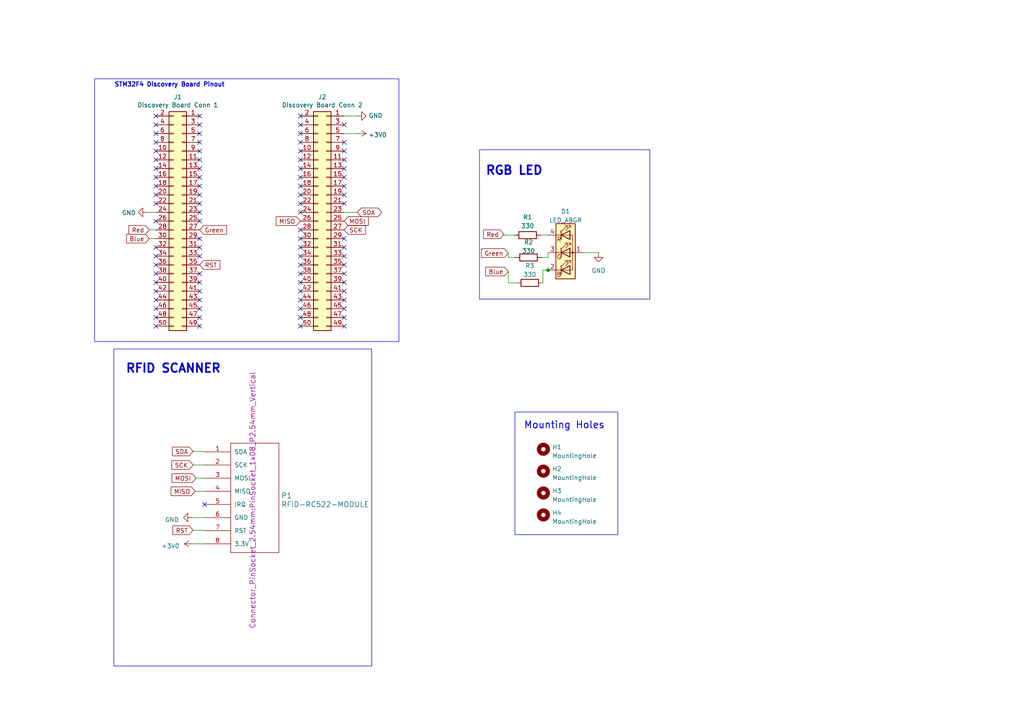
<source format=kicad_sch>
(kicad_sch (version 20230121) (generator eeschema)

  (uuid 59e32937-9a01-4176-8507-a8d1db37ad98)

  (paper "A4")

  (title_block
    (title "STM32F4 Kitchen Timer Shield")
    (date "2023-05-07")
    (rev "1.0")
  )

  (lib_symbols
    (symbol "Connector_Generic:Conn_02x25_Odd_Even" (pin_names (offset 1.016) hide) (in_bom yes) (on_board yes)
      (property "Reference" "J" (at 1.27 33.02 0)
        (effects (font (size 1.27 1.27)))
      )
      (property "Value" "Conn_02x25_Odd_Even" (at 1.27 -33.02 0)
        (effects (font (size 1.27 1.27)))
      )
      (property "Footprint" "" (at 0 0 0)
        (effects (font (size 1.27 1.27)) hide)
      )
      (property "Datasheet" "~" (at 0 0 0)
        (effects (font (size 1.27 1.27)) hide)
      )
      (property "ki_keywords" "connector" (at 0 0 0)
        (effects (font (size 1.27 1.27)) hide)
      )
      (property "ki_description" "Generic connector, double row, 02x25, odd/even pin numbering scheme (row 1 odd numbers, row 2 even numbers), script generated (kicad-library-utils/schlib/autogen/connector/)" (at 0 0 0)
        (effects (font (size 1.27 1.27)) hide)
      )
      (property "ki_fp_filters" "Connector*:*_2x??_*" (at 0 0 0)
        (effects (font (size 1.27 1.27)) hide)
      )
      (symbol "Conn_02x25_Odd_Even_1_1"
        (rectangle (start -1.27 -30.353) (end 0 -30.607)
          (stroke (width 0.1524) (type default))
          (fill (type none))
        )
        (rectangle (start -1.27 -27.813) (end 0 -28.067)
          (stroke (width 0.1524) (type default))
          (fill (type none))
        )
        (rectangle (start -1.27 -25.273) (end 0 -25.527)
          (stroke (width 0.1524) (type default))
          (fill (type none))
        )
        (rectangle (start -1.27 -22.733) (end 0 -22.987)
          (stroke (width 0.1524) (type default))
          (fill (type none))
        )
        (rectangle (start -1.27 -20.193) (end 0 -20.447)
          (stroke (width 0.1524) (type default))
          (fill (type none))
        )
        (rectangle (start -1.27 -17.653) (end 0 -17.907)
          (stroke (width 0.1524) (type default))
          (fill (type none))
        )
        (rectangle (start -1.27 -15.113) (end 0 -15.367)
          (stroke (width 0.1524) (type default))
          (fill (type none))
        )
        (rectangle (start -1.27 -12.573) (end 0 -12.827)
          (stroke (width 0.1524) (type default))
          (fill (type none))
        )
        (rectangle (start -1.27 -10.033) (end 0 -10.287)
          (stroke (width 0.1524) (type default))
          (fill (type none))
        )
        (rectangle (start -1.27 -7.493) (end 0 -7.747)
          (stroke (width 0.1524) (type default))
          (fill (type none))
        )
        (rectangle (start -1.27 -4.953) (end 0 -5.207)
          (stroke (width 0.1524) (type default))
          (fill (type none))
        )
        (rectangle (start -1.27 -2.413) (end 0 -2.667)
          (stroke (width 0.1524) (type default))
          (fill (type none))
        )
        (rectangle (start -1.27 0.127) (end 0 -0.127)
          (stroke (width 0.1524) (type default))
          (fill (type none))
        )
        (rectangle (start -1.27 2.667) (end 0 2.413)
          (stroke (width 0.1524) (type default))
          (fill (type none))
        )
        (rectangle (start -1.27 5.207) (end 0 4.953)
          (stroke (width 0.1524) (type default))
          (fill (type none))
        )
        (rectangle (start -1.27 7.747) (end 0 7.493)
          (stroke (width 0.1524) (type default))
          (fill (type none))
        )
        (rectangle (start -1.27 10.287) (end 0 10.033)
          (stroke (width 0.1524) (type default))
          (fill (type none))
        )
        (rectangle (start -1.27 12.827) (end 0 12.573)
          (stroke (width 0.1524) (type default))
          (fill (type none))
        )
        (rectangle (start -1.27 15.367) (end 0 15.113)
          (stroke (width 0.1524) (type default))
          (fill (type none))
        )
        (rectangle (start -1.27 17.907) (end 0 17.653)
          (stroke (width 0.1524) (type default))
          (fill (type none))
        )
        (rectangle (start -1.27 20.447) (end 0 20.193)
          (stroke (width 0.1524) (type default))
          (fill (type none))
        )
        (rectangle (start -1.27 22.987) (end 0 22.733)
          (stroke (width 0.1524) (type default))
          (fill (type none))
        )
        (rectangle (start -1.27 25.527) (end 0 25.273)
          (stroke (width 0.1524) (type default))
          (fill (type none))
        )
        (rectangle (start -1.27 28.067) (end 0 27.813)
          (stroke (width 0.1524) (type default))
          (fill (type none))
        )
        (rectangle (start -1.27 30.607) (end 0 30.353)
          (stroke (width 0.1524) (type default))
          (fill (type none))
        )
        (rectangle (start -1.27 31.75) (end 3.81 -31.75)
          (stroke (width 0.254) (type default))
          (fill (type background))
        )
        (rectangle (start 3.81 -30.353) (end 2.54 -30.607)
          (stroke (width 0.1524) (type default))
          (fill (type none))
        )
        (rectangle (start 3.81 -27.813) (end 2.54 -28.067)
          (stroke (width 0.1524) (type default))
          (fill (type none))
        )
        (rectangle (start 3.81 -25.273) (end 2.54 -25.527)
          (stroke (width 0.1524) (type default))
          (fill (type none))
        )
        (rectangle (start 3.81 -22.733) (end 2.54 -22.987)
          (stroke (width 0.1524) (type default))
          (fill (type none))
        )
        (rectangle (start 3.81 -20.193) (end 2.54 -20.447)
          (stroke (width 0.1524) (type default))
          (fill (type none))
        )
        (rectangle (start 3.81 -17.653) (end 2.54 -17.907)
          (stroke (width 0.1524) (type default))
          (fill (type none))
        )
        (rectangle (start 3.81 -15.113) (end 2.54 -15.367)
          (stroke (width 0.1524) (type default))
          (fill (type none))
        )
        (rectangle (start 3.81 -12.573) (end 2.54 -12.827)
          (stroke (width 0.1524) (type default))
          (fill (type none))
        )
        (rectangle (start 3.81 -10.033) (end 2.54 -10.287)
          (stroke (width 0.1524) (type default))
          (fill (type none))
        )
        (rectangle (start 3.81 -7.493) (end 2.54 -7.747)
          (stroke (width 0.1524) (type default))
          (fill (type none))
        )
        (rectangle (start 3.81 -4.953) (end 2.54 -5.207)
          (stroke (width 0.1524) (type default))
          (fill (type none))
        )
        (rectangle (start 3.81 -2.413) (end 2.54 -2.667)
          (stroke (width 0.1524) (type default))
          (fill (type none))
        )
        (rectangle (start 3.81 0.127) (end 2.54 -0.127)
          (stroke (width 0.1524) (type default))
          (fill (type none))
        )
        (rectangle (start 3.81 2.667) (end 2.54 2.413)
          (stroke (width 0.1524) (type default))
          (fill (type none))
        )
        (rectangle (start 3.81 5.207) (end 2.54 4.953)
          (stroke (width 0.1524) (type default))
          (fill (type none))
        )
        (rectangle (start 3.81 7.747) (end 2.54 7.493)
          (stroke (width 0.1524) (type default))
          (fill (type none))
        )
        (rectangle (start 3.81 10.287) (end 2.54 10.033)
          (stroke (width 0.1524) (type default))
          (fill (type none))
        )
        (rectangle (start 3.81 12.827) (end 2.54 12.573)
          (stroke (width 0.1524) (type default))
          (fill (type none))
        )
        (rectangle (start 3.81 15.367) (end 2.54 15.113)
          (stroke (width 0.1524) (type default))
          (fill (type none))
        )
        (rectangle (start 3.81 17.907) (end 2.54 17.653)
          (stroke (width 0.1524) (type default))
          (fill (type none))
        )
        (rectangle (start 3.81 20.447) (end 2.54 20.193)
          (stroke (width 0.1524) (type default))
          (fill (type none))
        )
        (rectangle (start 3.81 22.987) (end 2.54 22.733)
          (stroke (width 0.1524) (type default))
          (fill (type none))
        )
        (rectangle (start 3.81 25.527) (end 2.54 25.273)
          (stroke (width 0.1524) (type default))
          (fill (type none))
        )
        (rectangle (start 3.81 28.067) (end 2.54 27.813)
          (stroke (width 0.1524) (type default))
          (fill (type none))
        )
        (rectangle (start 3.81 30.607) (end 2.54 30.353)
          (stroke (width 0.1524) (type default))
          (fill (type none))
        )
        (pin passive line (at -5.08 30.48 0) (length 3.81)
          (name "Pin_1" (effects (font (size 1.27 1.27))))
          (number "1" (effects (font (size 1.27 1.27))))
        )
        (pin passive line (at 7.62 20.32 180) (length 3.81)
          (name "Pin_10" (effects (font (size 1.27 1.27))))
          (number "10" (effects (font (size 1.27 1.27))))
        )
        (pin passive line (at -5.08 17.78 0) (length 3.81)
          (name "Pin_11" (effects (font (size 1.27 1.27))))
          (number "11" (effects (font (size 1.27 1.27))))
        )
        (pin passive line (at 7.62 17.78 180) (length 3.81)
          (name "Pin_12" (effects (font (size 1.27 1.27))))
          (number "12" (effects (font (size 1.27 1.27))))
        )
        (pin passive line (at -5.08 15.24 0) (length 3.81)
          (name "Pin_13" (effects (font (size 1.27 1.27))))
          (number "13" (effects (font (size 1.27 1.27))))
        )
        (pin passive line (at 7.62 15.24 180) (length 3.81)
          (name "Pin_14" (effects (font (size 1.27 1.27))))
          (number "14" (effects (font (size 1.27 1.27))))
        )
        (pin passive line (at -5.08 12.7 0) (length 3.81)
          (name "Pin_15" (effects (font (size 1.27 1.27))))
          (number "15" (effects (font (size 1.27 1.27))))
        )
        (pin passive line (at 7.62 12.7 180) (length 3.81)
          (name "Pin_16" (effects (font (size 1.27 1.27))))
          (number "16" (effects (font (size 1.27 1.27))))
        )
        (pin passive line (at -5.08 10.16 0) (length 3.81)
          (name "Pin_17" (effects (font (size 1.27 1.27))))
          (number "17" (effects (font (size 1.27 1.27))))
        )
        (pin passive line (at 7.62 10.16 180) (length 3.81)
          (name "Pin_18" (effects (font (size 1.27 1.27))))
          (number "18" (effects (font (size 1.27 1.27))))
        )
        (pin passive line (at -5.08 7.62 0) (length 3.81)
          (name "Pin_19" (effects (font (size 1.27 1.27))))
          (number "19" (effects (font (size 1.27 1.27))))
        )
        (pin passive line (at 7.62 30.48 180) (length 3.81)
          (name "Pin_2" (effects (font (size 1.27 1.27))))
          (number "2" (effects (font (size 1.27 1.27))))
        )
        (pin passive line (at 7.62 7.62 180) (length 3.81)
          (name "Pin_20" (effects (font (size 1.27 1.27))))
          (number "20" (effects (font (size 1.27 1.27))))
        )
        (pin passive line (at -5.08 5.08 0) (length 3.81)
          (name "Pin_21" (effects (font (size 1.27 1.27))))
          (number "21" (effects (font (size 1.27 1.27))))
        )
        (pin passive line (at 7.62 5.08 180) (length 3.81)
          (name "Pin_22" (effects (font (size 1.27 1.27))))
          (number "22" (effects (font (size 1.27 1.27))))
        )
        (pin passive line (at -5.08 2.54 0) (length 3.81)
          (name "Pin_23" (effects (font (size 1.27 1.27))))
          (number "23" (effects (font (size 1.27 1.27))))
        )
        (pin passive line (at 7.62 2.54 180) (length 3.81)
          (name "Pin_24" (effects (font (size 1.27 1.27))))
          (number "24" (effects (font (size 1.27 1.27))))
        )
        (pin passive line (at -5.08 0 0) (length 3.81)
          (name "Pin_25" (effects (font (size 1.27 1.27))))
          (number "25" (effects (font (size 1.27 1.27))))
        )
        (pin passive line (at 7.62 0 180) (length 3.81)
          (name "Pin_26" (effects (font (size 1.27 1.27))))
          (number "26" (effects (font (size 1.27 1.27))))
        )
        (pin passive line (at -5.08 -2.54 0) (length 3.81)
          (name "Pin_27" (effects (font (size 1.27 1.27))))
          (number "27" (effects (font (size 1.27 1.27))))
        )
        (pin passive line (at 7.62 -2.54 180) (length 3.81)
          (name "Pin_28" (effects (font (size 1.27 1.27))))
          (number "28" (effects (font (size 1.27 1.27))))
        )
        (pin passive line (at -5.08 -5.08 0) (length 3.81)
          (name "Pin_29" (effects (font (size 1.27 1.27))))
          (number "29" (effects (font (size 1.27 1.27))))
        )
        (pin passive line (at -5.08 27.94 0) (length 3.81)
          (name "Pin_3" (effects (font (size 1.27 1.27))))
          (number "3" (effects (font (size 1.27 1.27))))
        )
        (pin passive line (at 7.62 -5.08 180) (length 3.81)
          (name "Pin_30" (effects (font (size 1.27 1.27))))
          (number "30" (effects (font (size 1.27 1.27))))
        )
        (pin passive line (at -5.08 -7.62 0) (length 3.81)
          (name "Pin_31" (effects (font (size 1.27 1.27))))
          (number "31" (effects (font (size 1.27 1.27))))
        )
        (pin passive line (at 7.62 -7.62 180) (length 3.81)
          (name "Pin_32" (effects (font (size 1.27 1.27))))
          (number "32" (effects (font (size 1.27 1.27))))
        )
        (pin passive line (at -5.08 -10.16 0) (length 3.81)
          (name "Pin_33" (effects (font (size 1.27 1.27))))
          (number "33" (effects (font (size 1.27 1.27))))
        )
        (pin passive line (at 7.62 -10.16 180) (length 3.81)
          (name "Pin_34" (effects (font (size 1.27 1.27))))
          (number "34" (effects (font (size 1.27 1.27))))
        )
        (pin passive line (at -5.08 -12.7 0) (length 3.81)
          (name "Pin_35" (effects (font (size 1.27 1.27))))
          (number "35" (effects (font (size 1.27 1.27))))
        )
        (pin passive line (at 7.62 -12.7 180) (length 3.81)
          (name "Pin_36" (effects (font (size 1.27 1.27))))
          (number "36" (effects (font (size 1.27 1.27))))
        )
        (pin passive line (at -5.08 -15.24 0) (length 3.81)
          (name "Pin_37" (effects (font (size 1.27 1.27))))
          (number "37" (effects (font (size 1.27 1.27))))
        )
        (pin passive line (at 7.62 -15.24 180) (length 3.81)
          (name "Pin_38" (effects (font (size 1.27 1.27))))
          (number "38" (effects (font (size 1.27 1.27))))
        )
        (pin passive line (at -5.08 -17.78 0) (length 3.81)
          (name "Pin_39" (effects (font (size 1.27 1.27))))
          (number "39" (effects (font (size 1.27 1.27))))
        )
        (pin passive line (at 7.62 27.94 180) (length 3.81)
          (name "Pin_4" (effects (font (size 1.27 1.27))))
          (number "4" (effects (font (size 1.27 1.27))))
        )
        (pin passive line (at 7.62 -17.78 180) (length 3.81)
          (name "Pin_40" (effects (font (size 1.27 1.27))))
          (number "40" (effects (font (size 1.27 1.27))))
        )
        (pin passive line (at -5.08 -20.32 0) (length 3.81)
          (name "Pin_41" (effects (font (size 1.27 1.27))))
          (number "41" (effects (font (size 1.27 1.27))))
        )
        (pin passive line (at 7.62 -20.32 180) (length 3.81)
          (name "Pin_42" (effects (font (size 1.27 1.27))))
          (number "42" (effects (font (size 1.27 1.27))))
        )
        (pin passive line (at -5.08 -22.86 0) (length 3.81)
          (name "Pin_43" (effects (font (size 1.27 1.27))))
          (number "43" (effects (font (size 1.27 1.27))))
        )
        (pin passive line (at 7.62 -22.86 180) (length 3.81)
          (name "Pin_44" (effects (font (size 1.27 1.27))))
          (number "44" (effects (font (size 1.27 1.27))))
        )
        (pin passive line (at -5.08 -25.4 0) (length 3.81)
          (name "Pin_45" (effects (font (size 1.27 1.27))))
          (number "45" (effects (font (size 1.27 1.27))))
        )
        (pin passive line (at 7.62 -25.4 180) (length 3.81)
          (name "Pin_46" (effects (font (size 1.27 1.27))))
          (number "46" (effects (font (size 1.27 1.27))))
        )
        (pin passive line (at -5.08 -27.94 0) (length 3.81)
          (name "Pin_47" (effects (font (size 1.27 1.27))))
          (number "47" (effects (font (size 1.27 1.27))))
        )
        (pin passive line (at 7.62 -27.94 180) (length 3.81)
          (name "Pin_48" (effects (font (size 1.27 1.27))))
          (number "48" (effects (font (size 1.27 1.27))))
        )
        (pin passive line (at -5.08 -30.48 0) (length 3.81)
          (name "Pin_49" (effects (font (size 1.27 1.27))))
          (number "49" (effects (font (size 1.27 1.27))))
        )
        (pin passive line (at -5.08 25.4 0) (length 3.81)
          (name "Pin_5" (effects (font (size 1.27 1.27))))
          (number "5" (effects (font (size 1.27 1.27))))
        )
        (pin passive line (at 7.62 -30.48 180) (length 3.81)
          (name "Pin_50" (effects (font (size 1.27 1.27))))
          (number "50" (effects (font (size 1.27 1.27))))
        )
        (pin passive line (at 7.62 25.4 180) (length 3.81)
          (name "Pin_6" (effects (font (size 1.27 1.27))))
          (number "6" (effects (font (size 1.27 1.27))))
        )
        (pin passive line (at -5.08 22.86 0) (length 3.81)
          (name "Pin_7" (effects (font (size 1.27 1.27))))
          (number "7" (effects (font (size 1.27 1.27))))
        )
        (pin passive line (at 7.62 22.86 180) (length 3.81)
          (name "Pin_8" (effects (font (size 1.27 1.27))))
          (number "8" (effects (font (size 1.27 1.27))))
        )
        (pin passive line (at -5.08 20.32 0) (length 3.81)
          (name "Pin_9" (effects (font (size 1.27 1.27))))
          (number "9" (effects (font (size 1.27 1.27))))
        )
      )
    )
    (symbol "Device:LED_ABGR" (pin_names (offset 0) hide) (in_bom yes) (on_board yes)
      (property "Reference" "D" (at 0 9.398 0)
        (effects (font (size 1.27 1.27)))
      )
      (property "Value" "LED_ABGR" (at 0 -8.89 0)
        (effects (font (size 1.27 1.27)))
      )
      (property "Footprint" "" (at 0 -1.27 0)
        (effects (font (size 1.27 1.27)) hide)
      )
      (property "Datasheet" "~" (at 0 -1.27 0)
        (effects (font (size 1.27 1.27)) hide)
      )
      (property "ki_keywords" "LED RGB diode" (at 0 0 0)
        (effects (font (size 1.27 1.27)) hide)
      )
      (property "ki_description" "RGB LED, anode/blue/green/red" (at 0 0 0)
        (effects (font (size 1.27 1.27)) hide)
      )
      (property "ki_fp_filters" "LED* LED_SMD:* LED_THT:*" (at 0 0 0)
        (effects (font (size 1.27 1.27)) hide)
      )
      (symbol "LED_ABGR_0_0"
        (text "B" (at -1.905 -6.35 0)
          (effects (font (size 1.27 1.27)))
        )
        (text "G" (at -1.905 -1.27 0)
          (effects (font (size 1.27 1.27)))
        )
        (text "R" (at -1.905 3.81 0)
          (effects (font (size 1.27 1.27)))
        )
      )
      (symbol "LED_ABGR_0_1"
        (polyline
          (pts
            (xy -1.27 -5.08)
            (xy -2.54 -5.08)
          )
          (stroke (width 0) (type default))
          (fill (type none))
        )
        (polyline
          (pts
            (xy -1.27 -5.08)
            (xy 1.27 -5.08)
          )
          (stroke (width 0) (type default))
          (fill (type none))
        )
        (polyline
          (pts
            (xy -1.27 -3.81)
            (xy -1.27 -6.35)
          )
          (stroke (width 0.254) (type default))
          (fill (type none))
        )
        (polyline
          (pts
            (xy -1.27 0)
            (xy -2.54 0)
          )
          (stroke (width 0) (type default))
          (fill (type none))
        )
        (polyline
          (pts
            (xy -1.27 1.27)
            (xy -1.27 -1.27)
          )
          (stroke (width 0.254) (type default))
          (fill (type none))
        )
        (polyline
          (pts
            (xy -1.27 5.08)
            (xy -2.54 5.08)
          )
          (stroke (width 0) (type default))
          (fill (type none))
        )
        (polyline
          (pts
            (xy -1.27 5.08)
            (xy 1.27 5.08)
          )
          (stroke (width 0) (type default))
          (fill (type none))
        )
        (polyline
          (pts
            (xy -1.27 6.35)
            (xy -1.27 3.81)
          )
          (stroke (width 0.254) (type default))
          (fill (type none))
        )
        (polyline
          (pts
            (xy 1.27 0)
            (xy -1.27 0)
          )
          (stroke (width 0) (type default))
          (fill (type none))
        )
        (polyline
          (pts
            (xy 1.27 0)
            (xy 2.54 0)
          )
          (stroke (width 0) (type default))
          (fill (type none))
        )
        (polyline
          (pts
            (xy -1.27 1.27)
            (xy -1.27 -1.27)
            (xy -1.27 -1.27)
          )
          (stroke (width 0) (type default))
          (fill (type none))
        )
        (polyline
          (pts
            (xy -1.27 6.35)
            (xy -1.27 3.81)
            (xy -1.27 3.81)
          )
          (stroke (width 0) (type default))
          (fill (type none))
        )
        (polyline
          (pts
            (xy 1.27 -5.08)
            (xy 2.032 -5.08)
            (xy 2.032 5.08)
            (xy 1.27 5.08)
          )
          (stroke (width 0) (type default))
          (fill (type none))
        )
        (polyline
          (pts
            (xy 1.27 -3.81)
            (xy 1.27 -6.35)
            (xy -1.27 -5.08)
            (xy 1.27 -3.81)
          )
          (stroke (width 0.254) (type default))
          (fill (type none))
        )
        (polyline
          (pts
            (xy 1.27 1.27)
            (xy 1.27 -1.27)
            (xy -1.27 0)
            (xy 1.27 1.27)
          )
          (stroke (width 0.254) (type default))
          (fill (type none))
        )
        (polyline
          (pts
            (xy 1.27 6.35)
            (xy 1.27 3.81)
            (xy -1.27 5.08)
            (xy 1.27 6.35)
          )
          (stroke (width 0.254) (type default))
          (fill (type none))
        )
        (polyline
          (pts
            (xy -1.016 -3.81)
            (xy 0.508 -2.286)
            (xy -0.254 -2.286)
            (xy 0.508 -2.286)
            (xy 0.508 -3.048)
          )
          (stroke (width 0) (type default))
          (fill (type none))
        )
        (polyline
          (pts
            (xy -1.016 1.27)
            (xy 0.508 2.794)
            (xy -0.254 2.794)
            (xy 0.508 2.794)
            (xy 0.508 2.032)
          )
          (stroke (width 0) (type default))
          (fill (type none))
        )
        (polyline
          (pts
            (xy -1.016 6.35)
            (xy 0.508 7.874)
            (xy -0.254 7.874)
            (xy 0.508 7.874)
            (xy 0.508 7.112)
          )
          (stroke (width 0) (type default))
          (fill (type none))
        )
        (polyline
          (pts
            (xy 0 -3.81)
            (xy 1.524 -2.286)
            (xy 0.762 -2.286)
            (xy 1.524 -2.286)
            (xy 1.524 -3.048)
          )
          (stroke (width 0) (type default))
          (fill (type none))
        )
        (polyline
          (pts
            (xy 0 1.27)
            (xy 1.524 2.794)
            (xy 0.762 2.794)
            (xy 1.524 2.794)
            (xy 1.524 2.032)
          )
          (stroke (width 0) (type default))
          (fill (type none))
        )
        (polyline
          (pts
            (xy 0 6.35)
            (xy 1.524 7.874)
            (xy 0.762 7.874)
            (xy 1.524 7.874)
            (xy 1.524 7.112)
          )
          (stroke (width 0) (type default))
          (fill (type none))
        )
        (rectangle (start 1.27 -1.27) (end 1.27 1.27)
          (stroke (width 0) (type default))
          (fill (type none))
        )
        (rectangle (start 1.27 1.27) (end 1.27 1.27)
          (stroke (width 0) (type default))
          (fill (type none))
        )
        (rectangle (start 1.27 3.81) (end 1.27 6.35)
          (stroke (width 0) (type default))
          (fill (type none))
        )
        (rectangle (start 1.27 6.35) (end 1.27 6.35)
          (stroke (width 0) (type default))
          (fill (type none))
        )
        (circle (center 2.032 0) (radius 0.254)
          (stroke (width 0) (type default))
          (fill (type outline))
        )
        (rectangle (start 2.794 8.382) (end -2.794 -7.62)
          (stroke (width 0.254) (type default))
          (fill (type background))
        )
      )
      (symbol "LED_ABGR_1_1"
        (pin passive line (at 5.08 0 180) (length 2.54)
          (name "A" (effects (font (size 1.27 1.27))))
          (number "1" (effects (font (size 1.27 1.27))))
        )
        (pin passive line (at -5.08 -5.08 0) (length 2.54)
          (name "BK" (effects (font (size 1.27 1.27))))
          (number "2" (effects (font (size 1.27 1.27))))
        )
        (pin passive line (at -5.08 0 0) (length 2.54)
          (name "GK" (effects (font (size 1.27 1.27))))
          (number "3" (effects (font (size 1.27 1.27))))
        )
        (pin passive line (at -5.08 5.08 0) (length 2.54)
          (name "RK" (effects (font (size 1.27 1.27))))
          (number "4" (effects (font (size 1.27 1.27))))
        )
      )
    )
    (symbol "Device:R" (pin_numbers hide) (pin_names (offset 0)) (in_bom yes) (on_board yes)
      (property "Reference" "R" (at 2.032 0 90)
        (effects (font (size 1.27 1.27)))
      )
      (property "Value" "R" (at 0 0 90)
        (effects (font (size 1.27 1.27)))
      )
      (property "Footprint" "" (at -1.778 0 90)
        (effects (font (size 1.27 1.27)) hide)
      )
      (property "Datasheet" "~" (at 0 0 0)
        (effects (font (size 1.27 1.27)) hide)
      )
      (property "ki_keywords" "R res resistor" (at 0 0 0)
        (effects (font (size 1.27 1.27)) hide)
      )
      (property "ki_description" "Resistor" (at 0 0 0)
        (effects (font (size 1.27 1.27)) hide)
      )
      (property "ki_fp_filters" "R_*" (at 0 0 0)
        (effects (font (size 1.27 1.27)) hide)
      )
      (symbol "R_0_1"
        (rectangle (start -1.016 -2.54) (end 1.016 2.54)
          (stroke (width 0.254) (type default))
          (fill (type none))
        )
      )
      (symbol "R_1_1"
        (pin passive line (at 0 3.81 270) (length 1.27)
          (name "~" (effects (font (size 1.27 1.27))))
          (number "1" (effects (font (size 1.27 1.27))))
        )
        (pin passive line (at 0 -3.81 90) (length 1.27)
          (name "~" (effects (font (size 1.27 1.27))))
          (number "2" (effects (font (size 1.27 1.27))))
        )
      )
    )
    (symbol "Mechanical:MountingHole" (pin_names (offset 1.016)) (in_bom yes) (on_board yes)
      (property "Reference" "H" (at 0 5.08 0)
        (effects (font (size 1.27 1.27)))
      )
      (property "Value" "MountingHole" (at 0 3.175 0)
        (effects (font (size 1.27 1.27)))
      )
      (property "Footprint" "" (at 0 0 0)
        (effects (font (size 1.27 1.27)) hide)
      )
      (property "Datasheet" "~" (at 0 0 0)
        (effects (font (size 1.27 1.27)) hide)
      )
      (property "ki_keywords" "mounting hole" (at 0 0 0)
        (effects (font (size 1.27 1.27)) hide)
      )
      (property "ki_description" "Mounting Hole without connection" (at 0 0 0)
        (effects (font (size 1.27 1.27)) hide)
      )
      (property "ki_fp_filters" "MountingHole*" (at 0 0 0)
        (effects (font (size 1.27 1.27)) hide)
      )
      (symbol "MountingHole_0_1"
        (circle (center 0 0) (radius 1.27)
          (stroke (width 1.27) (type default))
          (fill (type none))
        )
      )
    )
    (symbol "RFID:RFID-RC522-MODULE" (pin_names (offset 1.016)) (in_bom yes) (on_board yes)
      (property "Reference" "P" (at 0 1.27 0)
        (effects (font (size 1.524 1.524)))
      )
      (property "Value" "RFID-RC522-MODULE" (at -1.27 3.81 0)
        (effects (font (size 1.524 1.524)))
      )
      (property "Footprint" "" (at 0 0 0)
        (effects (font (size 1.524 1.524)))
      )
      (property "Datasheet" "" (at 0 0 0)
        (effects (font (size 1.524 1.524)))
      )
      (symbol "RFID-RC522-MODULE_0_1"
        (rectangle (start -16.51 7.62) (end 15.24 -6.35)
          (stroke (width 0) (type solid))
          (fill (type none))
        )
      )
      (symbol "RFID-RC522-MODULE_1_1"
        (pin input line (at -13.97 -13.97 90) (length 7.62)
          (name "SDA" (effects (font (size 1.27 1.27))))
          (number "1" (effects (font (size 1.27 1.27))))
        )
        (pin input line (at -10.16 -13.97 90) (length 7.62)
          (name "SCK" (effects (font (size 1.27 1.27))))
          (number "2" (effects (font (size 1.27 1.27))))
        )
        (pin input line (at -6.35 -13.97 90) (length 7.62)
          (name "MOSI" (effects (font (size 1.27 1.27))))
          (number "3" (effects (font (size 1.27 1.27))))
        )
        (pin input line (at -2.54 -13.97 90) (length 7.62)
          (name "MISO" (effects (font (size 1.27 1.27))))
          (number "4" (effects (font (size 1.27 1.27))))
        )
        (pin input line (at 1.27 -13.97 90) (length 7.62)
          (name "IRQ" (effects (font (size 1.27 1.27))))
          (number "5" (effects (font (size 1.27 1.27))))
        )
        (pin input line (at 5.08 -13.97 90) (length 7.62)
          (name "GND" (effects (font (size 1.27 1.27))))
          (number "6" (effects (font (size 1.27 1.27))))
        )
        (pin input line (at 8.89 -13.97 90) (length 7.62)
          (name "RST" (effects (font (size 1.27 1.27))))
          (number "7" (effects (font (size 1.27 1.27))))
        )
        (pin input line (at 12.7 -13.97 90) (length 7.62)
          (name "3.3V" (effects (font (size 1.27 1.27))))
          (number "8" (effects (font (size 1.27 1.27))))
        )
      )
    )
    (symbol "power:+3V0" (power) (pin_names (offset 0)) (in_bom yes) (on_board yes)
      (property "Reference" "#PWR" (at 0 -3.81 0)
        (effects (font (size 1.27 1.27)) hide)
      )
      (property "Value" "+3V0" (at 0 3.556 0)
        (effects (font (size 1.27 1.27)))
      )
      (property "Footprint" "" (at 0 0 0)
        (effects (font (size 1.27 1.27)) hide)
      )
      (property "Datasheet" "" (at 0 0 0)
        (effects (font (size 1.27 1.27)) hide)
      )
      (property "ki_keywords" "global power" (at 0 0 0)
        (effects (font (size 1.27 1.27)) hide)
      )
      (property "ki_description" "Power symbol creates a global label with name \"+3V0\"" (at 0 0 0)
        (effects (font (size 1.27 1.27)) hide)
      )
      (symbol "+3V0_0_1"
        (polyline
          (pts
            (xy -0.762 1.27)
            (xy 0 2.54)
          )
          (stroke (width 0) (type default))
          (fill (type none))
        )
        (polyline
          (pts
            (xy 0 0)
            (xy 0 2.54)
          )
          (stroke (width 0) (type default))
          (fill (type none))
        )
        (polyline
          (pts
            (xy 0 2.54)
            (xy 0.762 1.27)
          )
          (stroke (width 0) (type default))
          (fill (type none))
        )
      )
      (symbol "+3V0_1_1"
        (pin power_in line (at 0 0 90) (length 0) hide
          (name "+3V0" (effects (font (size 1.27 1.27))))
          (number "1" (effects (font (size 1.27 1.27))))
        )
      )
    )
    (symbol "power:GND" (power) (pin_names (offset 0)) (in_bom yes) (on_board yes)
      (property "Reference" "#PWR" (at 0 -6.35 0)
        (effects (font (size 1.27 1.27)) hide)
      )
      (property "Value" "GND" (at 0 -3.81 0)
        (effects (font (size 1.27 1.27)))
      )
      (property "Footprint" "" (at 0 0 0)
        (effects (font (size 1.27 1.27)) hide)
      )
      (property "Datasheet" "" (at 0 0 0)
        (effects (font (size 1.27 1.27)) hide)
      )
      (property "ki_keywords" "global power" (at 0 0 0)
        (effects (font (size 1.27 1.27)) hide)
      )
      (property "ki_description" "Power symbol creates a global label with name \"GND\" , ground" (at 0 0 0)
        (effects (font (size 1.27 1.27)) hide)
      )
      (symbol "GND_0_1"
        (polyline
          (pts
            (xy 0 0)
            (xy 0 -1.27)
            (xy 1.27 -1.27)
            (xy 0 -2.54)
            (xy -1.27 -1.27)
            (xy 0 -1.27)
          )
          (stroke (width 0) (type default))
          (fill (type none))
        )
      )
      (symbol "GND_1_1"
        (pin power_in line (at 0 0 270) (length 0) hide
          (name "GND" (effects (font (size 1.27 1.27))))
          (number "1" (effects (font (size 1.27 1.27))))
        )
      )
    )
  )

  (junction (at 158.9644 78.3431) (diameter 0) (color 0 0 0 0)
    (uuid 9a0c9211-e96c-4827-8e06-4f56519ca795)
  )

  (no_connect (at 57.912 64.135) (uuid 00f199c5-0194-4b80-a581-76abd4186cf1))
  (no_connect (at 45.212 46.355) (uuid 01579f1d-7d50-4b5a-a5c6-f2bbf88458b9))
  (no_connect (at 45.212 48.895) (uuid 0659d0c2-fb72-4ed9-805b-c700f72637ea))
  (no_connect (at 99.822 79.375) (uuid 089cb921-7990-40e7-8a72-374ea841c7a2))
  (no_connect (at 57.912 36.195) (uuid 0c6f1b48-1393-41e8-b7f6-2447885171ba))
  (no_connect (at 45.212 33.655) (uuid 0fc99b58-a329-4cc6-82aa-d87e3056926a))
  (no_connect (at 87.122 41.275) (uuid 11764fc5-d633-472e-b59a-dfe58147f838))
  (no_connect (at 45.212 43.815) (uuid 1c730537-91db-43b6-8db4-539da0d2b3af))
  (no_connect (at 87.122 84.455) (uuid 1ede0cac-d239-495a-9a4d-120fddd3c323))
  (no_connect (at 99.822 94.615) (uuid 20f294ec-ae72-4e15-9260-1f8ee6f867f1))
  (no_connect (at 45.212 36.195) (uuid 22ae6963-c672-40d3-85e5-55472ffbde15))
  (no_connect (at 99.822 43.815) (uuid 232f24c6-4cc2-488b-b354-0d2b5d39f3d5))
  (no_connect (at 57.912 74.295) (uuid 246b3178-4413-4cb9-b3f9-728b8a539d53))
  (no_connect (at 99.822 86.995) (uuid 271418b0-e81d-47e2-b07c-d2cabdb87598))
  (no_connect (at 99.822 46.355) (uuid 28058295-0992-48b7-b0a2-a9d120f5f270))
  (no_connect (at 87.122 53.975) (uuid 29673583-9006-4d2a-88ec-6b5729061300))
  (no_connect (at 87.122 59.055) (uuid 2abce3a7-280b-4915-b8f7-e7a6a012366b))
  (no_connect (at 99.822 56.515) (uuid 2c2e544a-fca3-4dff-b019-7e065fe4efb4))
  (no_connect (at 57.912 84.455) (uuid 2c54eb17-3059-450a-afa8-1b762f467fa2))
  (no_connect (at 57.912 48.895) (uuid 2c578bfb-7502-46b6-b693-1f530fd30235))
  (no_connect (at 99.822 84.455) (uuid 385ad9d9-f126-42f0-8d25-2072d5cedcf8))
  (no_connect (at 57.912 59.055) (uuid 3a79fa91-f404-4e9a-8ba7-10de3fd1a3c2))
  (no_connect (at 45.212 92.075) (uuid 3dac6497-d942-49d2-bf10-71553fcab0e0))
  (no_connect (at 57.912 86.995) (uuid 3df1cfbd-9581-44c8-92ab-eb64440ceaab))
  (no_connect (at 57.912 94.615) (uuid 3e05518e-00fa-4d28-a556-7d6d0ebbc620))
  (no_connect (at 45.212 64.135) (uuid 3e488c09-6e38-4cf5-b120-24bddd1bd14c))
  (no_connect (at 99.822 74.295) (uuid 48f822f1-73d5-4aac-b7f9-286c6454526a))
  (no_connect (at 57.912 51.435) (uuid 4bb41fa9-42e2-4a62-85a4-83f9c5c76c4b))
  (no_connect (at 87.122 79.375) (uuid 4c8a7ca3-f516-44f8-a938-a54550d446aa))
  (no_connect (at 57.912 79.375) (uuid 4ec78145-f746-4364-86f7-29384b8ab357))
  (no_connect (at 99.822 48.895) (uuid 59ef11ad-829f-47ba-890e-d9697b9d1491))
  (no_connect (at 57.912 89.535) (uuid 5a469204-b85f-4fd6-9288-3a93e60b260f))
  (no_connect (at 45.212 79.375) (uuid 5aa95f44-5766-4870-985c-760766b88d0b))
  (no_connect (at 87.122 56.515) (uuid 60984026-a33f-4981-a7a2-731506a2dd53))
  (no_connect (at 45.212 94.615) (uuid 616e2da7-8160-43bf-ae69-fbcab08f12e7))
  (no_connect (at 87.122 74.295) (uuid 639f6dd2-f3d0-46c0-a398-c618f5e734b0))
  (no_connect (at 45.212 76.835) (uuid 6805d98a-13f1-4758-a337-9dd817f06e3f))
  (no_connect (at 45.212 56.515) (uuid 6b4cbf46-dafc-42f6-b735-9365c6e9a033))
  (no_connect (at 57.912 56.515) (uuid 6fb8a4cb-8f39-45a8-917e-c269d29cc751))
  (no_connect (at 87.122 46.355) (uuid 709d27c7-164c-4a78-a5ed-5fc7c50c3ad9))
  (no_connect (at 45.212 84.455) (uuid 70ad59dc-d026-4cd8-9499-9d7dcbd72ac1))
  (no_connect (at 87.122 69.215) (uuid 754fc096-2b0e-4afa-86e4-4845c7189f14))
  (no_connect (at 57.912 38.735) (uuid 7923404a-d17d-457e-ad70-6a40d6058101))
  (no_connect (at 87.122 51.435) (uuid 793fb946-3ed9-4f80-a1c4-e538c859c11b))
  (no_connect (at 99.822 69.215) (uuid 79e1d727-37c2-4933-9108-c4b8897c9a83))
  (no_connect (at 45.212 51.435) (uuid 7a21e44e-ccc0-4fc5-9336-18640ca80d17))
  (no_connect (at 87.122 89.535) (uuid 81f939b5-4c9e-4abe-8cef-a349063b0a66))
  (no_connect (at 87.122 43.815) (uuid 825eecfa-13ee-4e18-9b9e-eb67ea783de7))
  (no_connect (at 45.212 71.755) (uuid 8391ea0b-a59e-4c65-8a03-9c8a99ad460d))
  (no_connect (at 57.912 92.075) (uuid 89bb9f67-9ea4-4c0b-b905-5abcff25a22b))
  (no_connect (at 57.912 43.815) (uuid 8b888332-9110-4755-9d07-4a6ed3c32f98))
  (no_connect (at 87.122 76.835) (uuid 8d632ddb-7d3e-4389-b62d-c5e2b24f4a2d))
  (no_connect (at 99.822 92.075) (uuid 920b09cf-f19d-4bd0-97f5-e415db8745bd))
  (no_connect (at 87.122 61.595) (uuid 95905c2b-cfae-4118-a28f-de3769cd7d41))
  (no_connect (at 57.912 61.595) (uuid 96095841-5fd5-48d1-978c-b13e91926ced))
  (no_connect (at 87.122 94.615) (uuid 990fe90e-1022-46cd-8c6b-4b11ce957168))
  (no_connect (at 99.822 81.915) (uuid 9b4566a2-aad4-419b-ae10-685368a18b60))
  (no_connect (at 45.212 41.275) (uuid 9ea89e47-2668-4784-8782-f2eefebc5a0c))
  (no_connect (at 87.122 86.995) (uuid 9f441ee7-a244-40b5-87c3-1172abc9e6cd))
  (no_connect (at 87.122 66.675) (uuid a40925a3-999b-47ee-b867-a04dd0dcc4d5))
  (no_connect (at 57.912 33.655) (uuid a567159f-d856-4f19-a7c4-817f36d1d1f6))
  (no_connect (at 99.822 51.435) (uuid a5eb7842-6d92-4b16-9198-9881b1ac3ec1))
  (no_connect (at 99.822 53.975) (uuid a7802f27-a118-41f1-a662-1a17fbded5a2))
  (no_connect (at 99.822 71.755) (uuid a962bec9-2b06-44a9-bec2-bebd501e116b))
  (no_connect (at 45.212 38.735) (uuid ae3ac311-9143-44be-80e3-a6db2d2a433c))
  (no_connect (at 57.912 53.975) (uuid b6460854-7a2d-4d06-8028-84f55a81b249))
  (no_connect (at 99.822 76.835) (uuid b71325f1-6906-4603-83e5-1930073d59fa))
  (no_connect (at 99.822 89.535) (uuid bb0a9c42-7985-4e39-8920-6dd0612c2d78))
  (no_connect (at 99.822 36.195) (uuid bf536f69-8d3c-4a4d-a77b-e0f11a3b5710))
  (no_connect (at 87.122 92.075) (uuid c3318452-be2b-46c9-859a-f7f244426188))
  (no_connect (at 99.822 41.275) (uuid c36c72a4-84a7-44e3-9b6b-bb65a477bd8c))
  (no_connect (at 87.122 48.895) (uuid c40ec830-dae3-4977-b095-de3ae4fb2ad3))
  (no_connect (at 87.122 38.735) (uuid c52c9187-45fc-4a4b-a8fc-796a2a7a488f))
  (no_connect (at 87.122 81.915) (uuid c75895e5-affa-41ee-a0a7-2c1095564cba))
  (no_connect (at 45.212 59.055) (uuid caf8c54d-b129-4622-bb5e-3a32bd3b5772))
  (no_connect (at 87.122 71.755) (uuid cee42935-3d22-4c43-a5f8-09a032bd3bef))
  (no_connect (at 45.212 81.915) (uuid d0eb5905-5c58-490d-9ed3-cb585ef863af))
  (no_connect (at 57.912 71.755) (uuid d250776b-46e4-4e90-93cc-a68bac231e70))
  (no_connect (at 99.822 59.055) (uuid d445f066-59eb-4568-9b4e-76974a82b14b))
  (no_connect (at 45.212 89.535) (uuid dd0830fb-9ac5-4a32-aa19-5f9a900524eb))
  (no_connect (at 45.212 53.975) (uuid e059449e-19f3-4193-9545-efe5b08dbbb7))
  (no_connect (at 45.212 74.295) (uuid e2f51766-09d8-424d-9310-b7fced5fc515))
  (no_connect (at 87.122 33.655) (uuid e6654846-d834-42c9-8a71-3a9dc3886c78))
  (no_connect (at 45.212 86.995) (uuid e7b6798f-c10d-4aaa-93ce-fc6df262550c))
  (no_connect (at 57.912 81.915) (uuid e8f0b756-6b9f-4ffb-8cc8-149955a4940a))
  (no_connect (at 59.309 146.304) (uuid ea2e5664-02ce-422e-b220-840a68dc0c41))
  (no_connect (at 57.912 69.215) (uuid f1a71e4e-1350-47c7-b67e-e7f6c0df6349))
  (no_connect (at 87.122 36.195) (uuid f4226992-e6ae-4597-a6b8-3af8781a86df))
  (no_connect (at 57.912 41.275) (uuid f9d9816a-ebda-4bc5-8af0-db9d950fe2c3))
  (no_connect (at 57.912 46.355) (uuid fd3105e3-bb64-46f5-b2e4-5c61881bb1ff))

  (wire (pts (xy 146.177 68.199) (xy 146.177 67.945))
    (stroke (width 0) (type default))
    (uuid 160b32fb-9966-4788-b677-379eb9c3d8a9)
  )
  (wire (pts (xy 55.753 150.114) (xy 59.309 150.114))
    (stroke (width 0) (type default))
    (uuid 20a8658c-2030-466f-a8f5-1a667d081cf5)
  )
  (wire (pts (xy 169.1244 73.2631) (xy 173.609 73.2631))
    (stroke (width 0) (type default))
    (uuid 24e153f5-0474-4712-9d72-11d70b3f53c5)
  )
  (wire (pts (xy 158.9644 74.676) (xy 157.099 74.676))
    (stroke (width 0) (type default))
    (uuid 267c6f22-0613-49e0-b927-b2b05497199d)
  )
  (wire (pts (xy 43.307 66.675) (xy 45.212 66.675))
    (stroke (width 0) (type default))
    (uuid 26d530f4-4256-4f81-9f7f-75a4ddc00519)
  )
  (wire (pts (xy 149.225 68.199) (xy 146.177 68.199))
    (stroke (width 0) (type default))
    (uuid 2c30a605-fd54-4846-916b-f96c03c6adbb)
  )
  (wire (pts (xy 99.822 33.655) (xy 103.632 33.655))
    (stroke (width 0) (type default))
    (uuid 2dd92ed2-e45c-41f8-99d9-7cd4cd85b52e)
  )
  (wire (pts (xy 56.007 134.874) (xy 59.309 134.874))
    (stroke (width 0) (type default))
    (uuid 3870b3c0-1679-45f9-a010-31d9520974de)
  )
  (wire (pts (xy 56.007 153.797) (xy 59.309 153.797))
    (stroke (width 0) (type default))
    (uuid 3ed8cbb8-7a33-46f2-a474-52c4052391a4)
  )
  (wire (pts (xy 173.609 73.2631) (xy 173.609 73.406))
    (stroke (width 0) (type default))
    (uuid 409841c4-a9e0-4ebc-a409-57672d712380)
  )
  (wire (pts (xy 56.896 138.684) (xy 59.309 138.684))
    (stroke (width 0) (type default))
    (uuid 42bdb6d4-21fc-4201-9bad-9851c2d02330)
  )
  (wire (pts (xy 147.447 74.676) (xy 147.447 73.406))
    (stroke (width 0) (type default))
    (uuid 455ce706-d0a0-4a02-8f77-af535ecff1d1)
  )
  (wire (pts (xy 43.307 69.215) (xy 45.212 69.215))
    (stroke (width 0) (type default))
    (uuid 460bf28a-a899-47bc-83f6-4f78e55632e0)
  )
  (wire (pts (xy 56.642 142.494) (xy 59.309 142.494))
    (stroke (width 0) (type default))
    (uuid 4e187427-fd79-41a4-9791-68c3945d6be7)
  )
  (wire (pts (xy 147.447 78.74) (xy 147.447 82.042))
    (stroke (width 0) (type default))
    (uuid 6298ef0b-6a29-4233-8b8f-56c9ba1dd9a6)
  )
  (wire (pts (xy 99.822 38.735) (xy 103.632 38.735))
    (stroke (width 0) (type default))
    (uuid 6b5b370f-f792-4bd4-97f0-7da272d41c8e)
  )
  (wire (pts (xy 158.9644 68.1831) (xy 156.845 68.1831))
    (stroke (width 0) (type default))
    (uuid 6e74c812-5ab8-4001-bc3a-9f8e987f129f)
  )
  (wire (pts (xy 147.447 82.042) (xy 149.86 82.042))
    (stroke (width 0) (type default))
    (uuid 7c077880-0f67-48bb-81db-1457e77c6ed2)
  )
  (wire (pts (xy 42.672 61.595) (xy 45.212 61.595))
    (stroke (width 0) (type default))
    (uuid 849e302d-f815-4336-8ed7-33b89a91e035)
  )
  (wire (pts (xy 158.9644 78.2161) (xy 158.9644 78.3431))
    (stroke (width 0) (type default))
    (uuid 8cc540f6-cad5-476f-aa4f-e8205831a5a5)
  )
  (wire (pts (xy 149.479 74.676) (xy 147.447 74.676))
    (stroke (width 0) (type default))
    (uuid 8fff3988-9486-4b8f-a567-eab31476d930)
  )
  (wire (pts (xy 56.007 130.937) (xy 59.309 130.937))
    (stroke (width 0) (type default))
    (uuid 9bf160c8-123b-4d42-89c2-7dedfb1c28a6)
  )
  (wire (pts (xy 158.9644 73.2631) (xy 158.9644 74.676))
    (stroke (width 0) (type default))
    (uuid a5486be1-c077-4e26-8860-c069f6aa8b20)
  )
  (wire (pts (xy 156.845 68.1831) (xy 156.845 68.199))
    (stroke (width 0) (type default))
    (uuid a881ee56-771a-4e44-9ca1-755827fc9658)
  )
  (wire (pts (xy 56.007 157.734) (xy 59.309 157.734))
    (stroke (width 0) (type default))
    (uuid c06ab265-e684-478c-add8-1b22b648e065)
  )
  (wire (pts (xy 59.309 153.797) (xy 59.309 153.924))
    (stroke (width 0) (type default))
    (uuid c6854660-3873-4dbb-8296-fcbec3fb533c)
  )
  (wire (pts (xy 59.309 130.937) (xy 59.309 131.064))
    (stroke (width 0) (type default))
    (uuid cfeb53bf-2260-4707-acaf-9324753d0c12)
  )
  (wire (pts (xy 99.822 61.595) (xy 103.632 61.595))
    (stroke (width 0) (type default))
    (uuid de7dcf3e-3d00-4232-b11b-03bc34d74640)
  )
  (wire (pts (xy 157.48 78.3431) (xy 158.9644 78.3431))
    (stroke (width 0) (type default))
    (uuid fbd4712f-8b05-42ac-b617-17cdccb6e6c0)
  )
  (wire (pts (xy 157.48 82.042) (xy 157.48 78.3431))
    (stroke (width 0) (type default))
    (uuid fdad34b1-946c-468f-a1bd-a5659c9bcd32)
  )

  (rectangle (start 33.02 101.219) (end 107.823 193.167)
    (stroke (width 0) (type default))
    (fill (type none))
    (uuid 5f179464-396b-49de-9600-43538df9ee31)
  )
  (rectangle (start 27.432 22.86) (end 115.697 99.06)
    (stroke (width 0) (type solid))
    (fill (type none))
    (uuid 7c37ca37-8159-4be8-9aec-ae14851d4463)
  )
  (rectangle (start 149.352 119.507) (end 179.197 155.067)
    (stroke (width 0) (type solid))
    (fill (type none))
    (uuid 8f614cc6-4ca0-4e9e-af4d-90898b3e114c)
  )
  (rectangle (start 139.065 43.434) (end 188.468 86.741)
    (stroke (width 0) (type default))
    (fill (type none))
    (uuid f5ae546e-d345-4a9b-a198-422cf6ea9ab7)
  )

  (text "RGB LED" (at 140.716 51.054 0)
    (effects (font (size 2.5 2.5) (thickness 0.5) bold) (justify left bottom))
    (uuid 17ada202-0b02-469d-9ea8-cb0c279220ac)
  )
  (text "RFID SCANNER" (at 36.322 108.458 0)
    (effects (font (size 2.5 2.5) bold) (justify left bottom))
    (uuid 9d772bdc-7ac7-468d-86cc-80f580dd41d4)
  )
  (text "Mounting Holes" (at 151.892 124.587 0)
    (effects (font (face "KiCad Font") (size 2 2) (thickness 0.254) bold) (justify left bottom))
    (uuid 9f267638-ccaf-49cb-a370-fa32c05e940e)
  )
  (text "STM32F4 Discovery Board Pinout" (at 33.147 25.4 0)
    (effects (font (size 1.27 1.27) (thickness 0.254) bold) (justify left bottom))
    (uuid dd7ac870-6726-40f7-9328-835dbf972467)
  )

  (global_label "Red" (shape input) (at 146.177 67.945 180) (fields_autoplaced)
    (effects (font (size 1.27 1.27)) (justify right))
    (uuid 14d222cd-f44d-49e0-8280-a80cba3ee155)
    (property "Intersheetrefs" "${INTERSHEET_REFS}" (at 139.7636 67.945 0)
      (effects (font (size 1.27 1.27)) (justify right) hide)
    )
  )
  (global_label "MOSI" (shape input) (at 56.896 138.684 180) (fields_autoplaced)
    (effects (font (size 1.27 1.27)) (justify right))
    (uuid 272a6da8-7637-4d22-a573-7542e52cbb04)
    (property "Intersheetrefs" "${INTERSHEET_REFS}" (at 49.394 138.684 0)
      (effects (font (size 1.27 1.27)) (justify right) hide)
    )
  )
  (global_label "SDA" (shape input) (at 56.007 130.937 180) (fields_autoplaced)
    (effects (font (size 1.27 1.27)) (justify right))
    (uuid 2a9033ef-305b-42a8-ab94-e2bce858a5aa)
    (property "Intersheetrefs" "${INTERSHEET_REFS}" (at 49.5331 130.937 0)
      (effects (font (size 1.27 1.27)) (justify right) hide)
    )
  )
  (global_label "Green" (shape input) (at 57.912 66.675 0) (fields_autoplaced)
    (effects (font (size 1.27 1.27)) (justify left))
    (uuid 4b4e2e11-cef6-45ae-81f9-1f32ef4d3cdc)
    (property "Intersheetrefs" "${INTERSHEET_REFS}" (at 66.2002 66.675 0)
      (effects (font (size 1.27 1.27)) (justify left) hide)
    )
  )
  (global_label "Green" (shape input) (at 147.447 73.406 180) (fields_autoplaced)
    (effects (font (size 1.27 1.27)) (justify right))
    (uuid 6a3d3b8b-6a83-4bc1-9498-5cb8bc23feba)
    (property "Intersheetrefs" "${INTERSHEET_REFS}" (at 139.1588 73.406 0)
      (effects (font (size 1.27 1.27)) (justify right) hide)
    )
  )
  (global_label "Blue" (shape input) (at 147.447 78.74 180) (fields_autoplaced)
    (effects (font (size 1.27 1.27)) (justify right))
    (uuid 6f42c845-408f-4d21-bb10-957f04c25d98)
    (property "Intersheetrefs" "${INTERSHEET_REFS}" (at 140.3684 78.74 0)
      (effects (font (size 1.27 1.27)) (justify right) hide)
    )
  )
  (global_label "MOSI" (shape input) (at 99.822 64.135 0) (fields_autoplaced)
    (effects (font (size 1.27 1.27)) (justify left))
    (uuid 92d5c3ea-87a7-4fc0-b788-188ec2f77c49)
    (property "Intersheetrefs" "${INTERSHEET_REFS}" (at 107.324 64.135 0)
      (effects (font (size 1.27 1.27)) (justify left) hide)
    )
  )
  (global_label "MISO" (shape input) (at 87.122 64.135 180) (fields_autoplaced)
    (effects (font (size 1.27 1.27)) (justify right))
    (uuid 96c2d1dd-6d8b-425f-b66e-874af29ab9ef)
    (property "Intersheetrefs" "${INTERSHEET_REFS}" (at 79.62 64.135 0)
      (effects (font (size 1.27 1.27)) (justify right) hide)
    )
  )
  (global_label "SCK" (shape input) (at 99.822 66.675 0) (fields_autoplaced)
    (effects (font (size 1.27 1.27)) (justify left))
    (uuid 9cc81210-96f3-4419-bf36-c58e44cfec06)
    (property "Intersheetrefs" "${INTERSHEET_REFS}" (at 106.4773 66.675 0)
      (effects (font (size 1.27 1.27)) (justify left) hide)
    )
  )
  (global_label "RST" (shape input) (at 56.007 153.797 180) (fields_autoplaced)
    (effects (font (size 1.27 1.27)) (justify right))
    (uuid a9213158-b614-4791-8af3-52bd4ec1323b)
    (property "Intersheetrefs" "${INTERSHEET_REFS}" (at 49.6541 153.797 0)
      (effects (font (size 1.27 1.27)) (justify right) hide)
    )
  )
  (global_label "SDA" (shape bidirectional) (at 103.632 61.595 0) (fields_autoplaced)
    (effects (font (size 1.27 1.27)) (justify left))
    (uuid bcd6b9e1-953b-45f1-9376-dae40c7e8119)
    (property "Intersheetrefs" "${INTERSHEET_REFS}" (at 111.2172 61.595 0)
      (effects (font (size 1.27 1.27)) (justify left) hide)
    )
  )
  (global_label "Blue" (shape input) (at 43.307 69.215 180) (fields_autoplaced)
    (effects (font (size 1.27 1.27)) (justify right))
    (uuid d88ea5a4-f378-4a69-a4a6-88b915eddac2)
    (property "Intersheetrefs" "${INTERSHEET_REFS}" (at 36.2284 69.215 0)
      (effects (font (size 1.27 1.27)) (justify right) hide)
    )
  )
  (global_label "Red" (shape input) (at 43.307 66.675 180) (fields_autoplaced)
    (effects (font (size 1.27 1.27)) (justify right))
    (uuid e3a7ff2b-0158-42c9-9763-51c5ee5457a0)
    (property "Intersheetrefs" "${INTERSHEET_REFS}" (at 36.8936 66.675 0)
      (effects (font (size 1.27 1.27)) (justify right) hide)
    )
  )
  (global_label "MISO" (shape input) (at 56.642 142.494 180) (fields_autoplaced)
    (effects (font (size 1.27 1.27)) (justify right))
    (uuid e8ab2601-7c21-4c31-825a-9b0ab975cf27)
    (property "Intersheetrefs" "${INTERSHEET_REFS}" (at 49.14 142.494 0)
      (effects (font (size 1.27 1.27)) (justify right) hide)
    )
  )
  (global_label "SCK" (shape input) (at 56.007 134.874 180) (fields_autoplaced)
    (effects (font (size 1.27 1.27)) (justify right))
    (uuid ef412de5-c3ae-44d0-a350-ba7a277c902c)
    (property "Intersheetrefs" "${INTERSHEET_REFS}" (at 49.3517 134.874 0)
      (effects (font (size 1.27 1.27)) (justify right) hide)
    )
  )
  (global_label "RST" (shape input) (at 57.912 76.835 0) (fields_autoplaced)
    (effects (font (size 1.27 1.27)) (justify left))
    (uuid f8a64026-7b95-46ae-b9b5-599ec53fefc1)
    (property "Intersheetrefs" "${INTERSHEET_REFS}" (at 64.2649 76.835 0)
      (effects (font (size 1.27 1.27)) (justify left) hide)
    )
  )

  (symbol (lib_id "Mechanical:MountingHole") (at 157.607 130.302 0) (unit 1)
    (in_bom yes) (on_board yes) (dnp no) (fields_autoplaced)
    (uuid 05ee2db7-f171-4d55-951f-b4f1a81ce620)
    (property "Reference" "H1" (at 160.147 129.667 0)
      (effects (font (size 1.27 1.27)) (justify left))
    )
    (property "Value" "MountingHole" (at 160.147 132.207 0)
      (effects (font (size 1.27 1.27)) (justify left))
    )
    (property "Footprint" "MountingHole:MountingHole_3.2mm_M3_Pad" (at 157.607 130.302 0)
      (effects (font (size 1.27 1.27)) hide)
    )
    (property "Datasheet" "~" (at 157.607 130.302 0)
      (effects (font (size 1.27 1.27)) hide)
    )
    (instances
      (project "PCB_Design"
        (path "/59e32937-9a01-4176-8507-a8d1db37ad98"
          (reference "H1") (unit 1)
        )
      )
      (project "Phase_B_ATMEGA_v3"
        (path "/e63e39d7-6ac0-4ffd-8aa3-1841a4541b55"
          (reference "H1") (unit 1)
        )
      )
    )
  )

  (symbol (lib_id "Mechanical:MountingHole") (at 157.607 136.652 0) (unit 1)
    (in_bom yes) (on_board yes) (dnp no) (fields_autoplaced)
    (uuid 16e4d027-e3f6-4370-a53c-3de0ad8f572a)
    (property "Reference" "H2" (at 160.147 136.017 0)
      (effects (font (size 1.27 1.27)) (justify left))
    )
    (property "Value" "MountingHole" (at 160.147 138.557 0)
      (effects (font (size 1.27 1.27)) (justify left))
    )
    (property "Footprint" "MountingHole:MountingHole_3.2mm_M3_Pad" (at 157.607 136.652 0)
      (effects (font (size 1.27 1.27)) hide)
    )
    (property "Datasheet" "~" (at 157.607 136.652 0)
      (effects (font (size 1.27 1.27)) hide)
    )
    (instances
      (project "PCB_Design"
        (path "/59e32937-9a01-4176-8507-a8d1db37ad98"
          (reference "H2") (unit 1)
        )
      )
      (project "Phase_B_ATMEGA_v3"
        (path "/e63e39d7-6ac0-4ffd-8aa3-1841a4541b55"
          (reference "H2") (unit 1)
        )
      )
    )
  )

  (symbol (lib_id "power:GND") (at 173.609 73.406 0) (unit 1)
    (in_bom yes) (on_board yes) (dnp no) (fields_autoplaced)
    (uuid 20af3069-d57e-45c2-a3b7-0fb69c623310)
    (property "Reference" "#PWR025" (at 173.609 79.756 0)
      (effects (font (size 1.27 1.27)) hide)
    )
    (property "Value" "GND" (at 173.609 78.486 0)
      (effects (font (size 1.27 1.27)))
    )
    (property "Footprint" "" (at 173.609 73.406 0)
      (effects (font (size 1.27 1.27)) hide)
    )
    (property "Datasheet" "" (at 173.609 73.406 0)
      (effects (font (size 1.27 1.27)) hide)
    )
    (pin "1" (uuid 115d712c-b13d-4b8b-8356-302307b59d88))
    (instances
      (project "PCB_Design"
        (path "/59e32937-9a01-4176-8507-a8d1db37ad98"
          (reference "#PWR025") (unit 1)
        )
      )
      (project "Arduino_Prototype"
        (path "/98c7e59f-247f-4f84-ba85-1817b0f89c72"
          (reference "#PWR04") (unit 1)
        )
      )
    )
  )

  (symbol (lib_id "power:GND") (at 42.672 61.595 270) (unit 1)
    (in_bom yes) (on_board yes) (dnp no)
    (uuid 250e5b14-4224-4420-bb69-643d986917ca)
    (property "Reference" "#PWR021" (at 36.322 61.595 0)
      (effects (font (size 1.27 1.27)) hide)
    )
    (property "Value" "GND" (at 39.4208 61.722 90)
      (effects (font (size 1.27 1.27)) (justify right))
    )
    (property "Footprint" "" (at 42.672 61.595 0)
      (effects (font (size 1.27 1.27)) hide)
    )
    (property "Datasheet" "" (at 42.672 61.595 0)
      (effects (font (size 1.27 1.27)) hide)
    )
    (pin "1" (uuid 352c4e9b-d40c-412d-a733-b758e24dd590))
    (instances
      (project "PCB_Design"
        (path "/59e32937-9a01-4176-8507-a8d1db37ad98"
          (reference "#PWR021") (unit 1)
        )
      )
      (project "STM32F4_DSPShield"
        (path "/ba73bd9d-f7e0-4abc-9d08-c6467adaf04d"
          (reference "#PWR0112") (unit 1)
        )
      )
    )
  )

  (symbol (lib_id "Device:R") (at 153.035 68.199 90) (unit 1)
    (in_bom yes) (on_board yes) (dnp no) (fields_autoplaced)
    (uuid 25604009-5608-40e6-a585-e20f01c5c505)
    (property "Reference" "R1" (at 153.035 62.992 90)
      (effects (font (size 1.27 1.27)))
    )
    (property "Value" "330" (at 153.035 65.532 90)
      (effects (font (size 1.27 1.27)))
    )
    (property "Footprint" "Resistor_SMD:R_0201_0603Metric" (at 153.035 69.977 90)
      (effects (font (size 1.27 1.27)) hide)
    )
    (property "Datasheet" "~" (at 153.035 68.199 0)
      (effects (font (size 1.27 1.27)) hide)
    )
    (pin "1" (uuid 8afa45eb-da76-4e42-b908-bb62d5ccbb6b))
    (pin "2" (uuid 900a090b-bfc4-474d-990b-66ccdf303f08))
    (instances
      (project "PCB_Design"
        (path "/59e32937-9a01-4176-8507-a8d1db37ad98"
          (reference "R1") (unit 1)
        )
      )
    )
  )

  (symbol (lib_id "Mechanical:MountingHole") (at 157.607 143.002 0) (unit 1)
    (in_bom yes) (on_board yes) (dnp no) (fields_autoplaced)
    (uuid 2c107909-6d05-45b5-ba0c-64dc626f0ff3)
    (property "Reference" "H3" (at 160.147 142.367 0)
      (effects (font (size 1.27 1.27)) (justify left))
    )
    (property "Value" "MountingHole" (at 160.147 144.907 0)
      (effects (font (size 1.27 1.27)) (justify left))
    )
    (property "Footprint" "MountingHole:MountingHole_3.2mm_M3_Pad" (at 157.607 143.002 0)
      (effects (font (size 1.27 1.27)) hide)
    )
    (property "Datasheet" "~" (at 157.607 143.002 0)
      (effects (font (size 1.27 1.27)) hide)
    )
    (instances
      (project "PCB_Design"
        (path "/59e32937-9a01-4176-8507-a8d1db37ad98"
          (reference "H3") (unit 1)
        )
      )
      (project "Phase_B_ATMEGA_v3"
        (path "/e63e39d7-6ac0-4ffd-8aa3-1841a4541b55"
          (reference "H3") (unit 1)
        )
      )
    )
  )

  (symbol (lib_id "power:+3V0") (at 56.007 157.734 90) (unit 1)
    (in_bom yes) (on_board yes) (dnp no) (fields_autoplaced)
    (uuid 2d637f7b-be27-44f6-a397-6ab5f9fd04ad)
    (property "Reference" "#PWR014" (at 59.817 157.734 0)
      (effects (font (size 1.27 1.27)) hide)
    )
    (property "Value" "+3V0" (at 52.07 158.369 90)
      (effects (font (size 1.27 1.27)) (justify left))
    )
    (property "Footprint" "" (at 56.007 157.734 0)
      (effects (font (size 1.27 1.27)) hide)
    )
    (property "Datasheet" "" (at 56.007 157.734 0)
      (effects (font (size 1.27 1.27)) hide)
    )
    (pin "1" (uuid ea22b4ad-a253-4a76-9148-b2ba73c21207))
    (instances
      (project "PCB_Design"
        (path "/59e32937-9a01-4176-8507-a8d1db37ad98"
          (reference "#PWR014") (unit 1)
        )
      )
    )
  )

  (symbol (lib_id "Connector_Generic:Conn_02x25_Odd_Even") (at 52.832 64.135 0) (mirror y) (unit 1)
    (in_bom yes) (on_board yes) (dnp no)
    (uuid 3b56d68c-618c-4cde-bf93-9f975f4ce2f6)
    (property "Reference" "J1" (at 51.562 28.1432 0)
      (effects (font (size 1.27 1.27)))
    )
    (property "Value" "Discovery Board Conn 1" (at 51.562 30.4546 0)
      (effects (font (size 1.27 1.27)))
    )
    (property "Footprint" "Connector_PinSocket_2.54mm:PinSocket_2x25_P2.54mm_Vertical" (at 52.832 64.135 0)
      (effects (font (size 1.27 1.27)) hide)
    )
    (property "Datasheet" "~" (at 52.832 64.135 0)
      (effects (font (size 1.27 1.27)) hide)
    )
    (pin "1" (uuid fd1ed1d8-10ad-4bfd-89f6-7c44ef819cef))
    (pin "10" (uuid 7634c47e-ecfe-4241-b2a5-ff93df762b90))
    (pin "11" (uuid c19ab0d5-8485-40f9-9498-9c8110bdacd8))
    (pin "12" (uuid 7df491c8-8be6-4883-b905-13878f9a862a))
    (pin "13" (uuid f1d30fed-395f-40bd-b394-5e2ab8164654))
    (pin "14" (uuid 64b068a4-5705-4822-8d88-4b420c497bbd))
    (pin "15" (uuid 1b03d57b-e618-460f-92d6-3887fe7315c3))
    (pin "16" (uuid 2b28e686-b12a-4ef2-8759-53c226d80c05))
    (pin "17" (uuid 9fae42fa-2980-4371-9d85-6623e60d66f2))
    (pin "18" (uuid 30f6a573-0c68-4c16-9f18-53b68e0b6f7e))
    (pin "19" (uuid 6d0dbfa1-b094-42bd-bd2f-ec91c17989a2))
    (pin "2" (uuid 54412d18-f7a8-4e0e-9590-d304e4ebf4d0))
    (pin "20" (uuid dee07ec7-775c-4782-acad-2b1aead63631))
    (pin "21" (uuid 20ecaf22-8d1b-4347-878f-7626ad3331c2))
    (pin "22" (uuid bd28fb02-f9f1-4392-bc6c-5924c662b349))
    (pin "23" (uuid ca119ca2-16cd-449e-bbab-690ac2344399))
    (pin "24" (uuid 202a636c-68f1-49cf-b1f9-35a670983a1d))
    (pin "25" (uuid 2033dfd0-804d-45e6-b849-ba3c6216fcc8))
    (pin "26" (uuid b87fafae-b062-4f91-a157-5f09112effab))
    (pin "27" (uuid c90d0d8c-9f07-4133-a876-42f6efee932c))
    (pin "28" (uuid 8f082401-0f47-4f50-b673-def00e083003))
    (pin "29" (uuid 6845d133-1c5f-40f8-84b2-339cf5c5e2ef))
    (pin "3" (uuid d4f22277-62aa-41e9-ba58-c213275835d0))
    (pin "30" (uuid 7871d6c8-a07c-4693-8ee5-a4126cf0b99c))
    (pin "31" (uuid d78a31ee-1396-47ab-9e09-b0137d7849db))
    (pin "32" (uuid 0b63a73d-336e-489a-af93-d929ca4ffe0d))
    (pin "33" (uuid e8e44e5d-fe8f-47e9-8c1a-34d31682d354))
    (pin "34" (uuid 9942a206-1252-4f5c-a577-dcb86aa9fc7d))
    (pin "35" (uuid 66502cec-356e-44b3-b3b4-0defec8349aa))
    (pin "36" (uuid 3605c2dc-89f9-4c23-99f7-e76f492a6e9c))
    (pin "37" (uuid 99d33667-37ec-4e98-a7ad-e2c88b36ee04))
    (pin "38" (uuid 69db8ac3-9330-4386-9288-3269fcb4eb7e))
    (pin "39" (uuid 1daadfe6-6526-4b7c-aad7-5da442192618))
    (pin "4" (uuid 891acd89-e369-4d66-885c-d6f9b380faac))
    (pin "40" (uuid 348e2664-2342-45b3-bc4d-19f894809d75))
    (pin "41" (uuid 4ee18c36-7d79-4e64-b753-e06a46947a6a))
    (pin "42" (uuid 2145524a-199f-49d9-8cdc-2552cf763674))
    (pin "43" (uuid a722de48-0068-4ff1-a082-362e3bfe9b83))
    (pin "44" (uuid 9aecc3a4-26b7-4949-8326-7f063e10f88a))
    (pin "45" (uuid f8d3e8c9-6b8d-43a5-9322-5a245c38de47))
    (pin "46" (uuid 9ed3e824-3559-41a7-a4ee-b16c5120eba2))
    (pin "47" (uuid b0594fe8-cf78-4fcd-b422-49817204dac3))
    (pin "48" (uuid 2a0d91b6-c0ca-4d95-b051-1419b77ceb0c))
    (pin "49" (uuid 31fef227-2def-4af4-bee4-8db37e5a16f6))
    (pin "5" (uuid 2053e015-54ff-4a5f-b298-dc8f476c01cd))
    (pin "50" (uuid 149a33c3-9ecb-4c36-83da-f07a0c30946a))
    (pin "6" (uuid fb788eb7-e5c2-4e59-b0a0-a99833abac4a))
    (pin "7" (uuid b9639e10-c7d6-4428-95f9-fa2f3a0daae4))
    (pin "8" (uuid c17c79bf-c741-475a-bb58-e43dccc264c9))
    (pin "9" (uuid edfe3e02-34ff-4435-a757-11d423a65482))
    (instances
      (project "PCB_Design"
        (path "/59e32937-9a01-4176-8507-a8d1db37ad98"
          (reference "J1") (unit 1)
        )
      )
      (project "STM32F4_DSPShield"
        (path "/ba73bd9d-f7e0-4abc-9d08-c6467adaf04d"
          (reference "J1") (unit 1)
        )
      )
    )
  )

  (symbol (lib_id "Device:R") (at 153.289 74.676 90) (unit 1)
    (in_bom yes) (on_board yes) (dnp no) (fields_autoplaced)
    (uuid 51114405-63d1-4b9f-91b6-c01965ea0398)
    (property "Reference" "R2" (at 153.289 70.231 90)
      (effects (font (size 1.27 1.27)))
    )
    (property "Value" "330" (at 153.289 72.771 90)
      (effects (font (size 1.27 1.27)))
    )
    (property "Footprint" "Resistor_SMD:R_0201_0603Metric" (at 153.289 76.454 90)
      (effects (font (size 1.27 1.27)) hide)
    )
    (property "Datasheet" "~" (at 153.289 74.676 0)
      (effects (font (size 1.27 1.27)) hide)
    )
    (pin "1" (uuid e65f27b9-0fc2-4d8d-af84-1a6b31fd75e7))
    (pin "2" (uuid 8e2f74c4-5c9d-4500-9b4c-3bd9acb2f959))
    (instances
      (project "PCB_Design"
        (path "/59e32937-9a01-4176-8507-a8d1db37ad98"
          (reference "R2") (unit 1)
        )
      )
    )
  )

  (symbol (lib_id "power:GND") (at 55.753 150.114 270) (unit 1)
    (in_bom yes) (on_board yes) (dnp no) (fields_autoplaced)
    (uuid 51b4c5d8-ba2c-4e9f-8d1c-1308db941d38)
    (property "Reference" "#PWR023" (at 49.403 150.114 0)
      (effects (font (size 1.27 1.27)) hide)
    )
    (property "Value" "GND" (at 51.9301 150.749 90)
      (effects (font (size 1.27 1.27)) (justify right))
    )
    (property "Footprint" "" (at 55.753 150.114 0)
      (effects (font (size 1.27 1.27)) hide)
    )
    (property "Datasheet" "" (at 55.753 150.114 0)
      (effects (font (size 1.27 1.27)) hide)
    )
    (pin "1" (uuid e5a15f31-695c-453f-bc89-c6a7042ac259))
    (instances
      (project "PCB_Design"
        (path "/59e32937-9a01-4176-8507-a8d1db37ad98"
          (reference "#PWR023") (unit 1)
        )
      )
      (project "Arduino_Prototype"
        (path "/98c7e59f-247f-4f84-ba85-1817b0f89c72"
          (reference "#PWR03") (unit 1)
        )
      )
    )
  )

  (symbol (lib_id "power:GND") (at 103.632 33.655 90) (unit 1)
    (in_bom yes) (on_board yes) (dnp no)
    (uuid 5269eb14-ae00-4542-afe5-630cd4fa8102)
    (property "Reference" "#PWR010" (at 109.982 33.655 0)
      (effects (font (size 1.27 1.27)) hide)
    )
    (property "Value" "GND" (at 106.8832 33.528 90)
      (effects (font (size 1.27 1.27)) (justify right))
    )
    (property "Footprint" "" (at 103.632 33.655 0)
      (effects (font (size 1.27 1.27)) hide)
    )
    (property "Datasheet" "" (at 103.632 33.655 0)
      (effects (font (size 1.27 1.27)) hide)
    )
    (pin "1" (uuid df56cdb5-f396-48fc-8d1c-5b1fde21fdec))
    (instances
      (project "PCB_Design"
        (path "/59e32937-9a01-4176-8507-a8d1db37ad98"
          (reference "#PWR010") (unit 1)
        )
      )
      (project "STM32F4_DSPShield"
        (path "/ba73bd9d-f7e0-4abc-9d08-c6467adaf04d"
          (reference "#PWR0106") (unit 1)
        )
      )
    )
  )

  (symbol (lib_id "Mechanical:MountingHole") (at 157.607 149.352 0) (unit 1)
    (in_bom yes) (on_board yes) (dnp no) (fields_autoplaced)
    (uuid a5cc545d-173e-45b8-8bf9-11c3e84c3dd2)
    (property "Reference" "H4" (at 160.147 148.717 0)
      (effects (font (size 1.27 1.27)) (justify left))
    )
    (property "Value" "MountingHole" (at 160.147 151.257 0)
      (effects (font (size 1.27 1.27)) (justify left))
    )
    (property "Footprint" "MountingHole:MountingHole_3.2mm_M3_Pad" (at 157.607 149.352 0)
      (effects (font (size 1.27 1.27)) hide)
    )
    (property "Datasheet" "~" (at 157.607 149.352 0)
      (effects (font (size 1.27 1.27)) hide)
    )
    (instances
      (project "PCB_Design"
        (path "/59e32937-9a01-4176-8507-a8d1db37ad98"
          (reference "H4") (unit 1)
        )
      )
      (project "Phase_B_ATMEGA_v3"
        (path "/e63e39d7-6ac0-4ffd-8aa3-1841a4541b55"
          (reference "H3") (unit 1)
        )
      )
    )
  )

  (symbol (lib_id "Device:LED_ABGR") (at 164.0444 73.2631 0) (unit 1)
    (in_bom yes) (on_board yes) (dnp no) (fields_autoplaced)
    (uuid b242822d-8463-48e7-8ad1-3d67fb8d6f43)
    (property "Reference" "D1" (at 164.0444 61.3251 0)
      (effects (font (size 1.27 1.27)))
    )
    (property "Value" "LED_ABGR" (at 164.0444 63.8651 0)
      (effects (font (size 1.27 1.27)))
    )
    (property "Footprint" "LED_THT:LED_D5.0mm-4_RGB_Wide_Pins" (at 164.0444 74.5331 0)
      (effects (font (size 1.27 1.27)) hide)
    )
    (property "Datasheet" "~" (at 164.0444 74.5331 0)
      (effects (font (size 1.27 1.27)) hide)
    )
    (pin "1" (uuid bc5a65ec-49fe-4f58-8f1b-9aed68e2b4a3))
    (pin "2" (uuid fae83380-5e43-440c-aef9-c6cc3d47ddf3))
    (pin "3" (uuid a55b05a3-941a-49ac-9118-0c93757789c6))
    (pin "4" (uuid a7e3ca8d-a7b2-4bdc-aa0d-5e72505063ba))
    (instances
      (project "PCB_Design"
        (path "/59e32937-9a01-4176-8507-a8d1db37ad98"
          (reference "D1") (unit 1)
        )
      )
      (project "Arduino_Prototype"
        (path "/98c7e59f-247f-4f84-ba85-1817b0f89c72"
          (reference "D1") (unit 1)
        )
      )
    )
  )

  (symbol (lib_id "RFID:RFID-RC522-MODULE") (at 73.279 145.034 270) (unit 1)
    (in_bom yes) (on_board yes) (dnp no) (fields_autoplaced)
    (uuid b92411dc-0a6e-4f80-ab6a-701bf545fe2b)
    (property "Reference" "P1" (at 81.534 143.764 90)
      (effects (font (size 1.524 1.524)) (justify left))
    )
    (property "Value" "RFID-RC522-MODULE" (at 81.534 146.304 90)
      (effects (font (size 1.524 1.524)) (justify left))
    )
    (property "Footprint" "Connector_PinSocket_2.54mm:PinSocket_1x08_P2.54mm_Vertical" (at 73.279 145.034 0)
      (effects (font (size 1.524 1.524)))
    )
    (property "Datasheet" "" (at 73.279 145.034 0)
      (effects (font (size 1.524 1.524)))
    )
    (pin "1" (uuid bb0922e3-ddf8-46e3-925b-6b62a50062e2))
    (pin "2" (uuid 53d6fd25-8e5b-4da6-b976-a4730e624656))
    (pin "3" (uuid 647970b3-7131-49db-b7c0-ae8f57e38582))
    (pin "4" (uuid c78da1d3-da2c-4b57-a4e0-51d6177a860d))
    (pin "5" (uuid 2aee5704-858b-4470-a4d5-2fd8d2b0ab48))
    (pin "6" (uuid f3babb64-166e-43dd-9ae1-a414b28f6788))
    (pin "7" (uuid 63425050-e61a-408b-8db7-599a3502f511))
    (pin "8" (uuid c8f1d274-7997-4475-bf70-067456ab5ce5))
    (instances
      (project "PCB_Design"
        (path "/59e32937-9a01-4176-8507-a8d1db37ad98"
          (reference "P1") (unit 1)
        )
      )
      (project "Arduino_Prototype"
        (path "/98c7e59f-247f-4f84-ba85-1817b0f89c72"
          (reference "P1") (unit 1)
        )
      )
    )
  )

  (symbol (lib_id "Device:R") (at 153.67 82.042 90) (unit 1)
    (in_bom yes) (on_board yes) (dnp no) (fields_autoplaced)
    (uuid caf644f5-afc6-4a07-8947-80cb736ae8bf)
    (property "Reference" "R3" (at 153.67 77.089 90)
      (effects (font (size 1.27 1.27)))
    )
    (property "Value" "330" (at 153.67 79.629 90)
      (effects (font (size 1.27 1.27)))
    )
    (property "Footprint" "Resistor_SMD:R_0201_0603Metric" (at 153.67 83.82 90)
      (effects (font (size 1.27 1.27)) hide)
    )
    (property "Datasheet" "~" (at 153.67 82.042 0)
      (effects (font (size 1.27 1.27)) hide)
    )
    (pin "1" (uuid c8eda633-dce6-4630-8b62-391b4b8f5872))
    (pin "2" (uuid 6b8b6bcd-6303-4f78-b645-c3d576f1ec9b))
    (instances
      (project "PCB_Design"
        (path "/59e32937-9a01-4176-8507-a8d1db37ad98"
          (reference "R3") (unit 1)
        )
      )
    )
  )

  (symbol (lib_id "Connector_Generic:Conn_02x25_Odd_Even") (at 94.742 64.135 0) (mirror y) (unit 1)
    (in_bom yes) (on_board yes) (dnp no)
    (uuid f05cc6c7-2d3e-45f1-aa37-b4f50347262a)
    (property "Reference" "J2" (at 93.472 28.1432 0)
      (effects (font (size 1.27 1.27)))
    )
    (property "Value" "Discovery Board Conn 2" (at 93.472 30.4546 0)
      (effects (font (size 1.27 1.27)))
    )
    (property "Footprint" "Connector_PinSocket_2.54mm:PinSocket_2x25_P2.54mm_Vertical" (at 94.742 64.135 0)
      (effects (font (size 1.27 1.27)) hide)
    )
    (property "Datasheet" "~" (at 94.742 64.135 0)
      (effects (font (size 1.27 1.27)) hide)
    )
    (pin "1" (uuid 73d85019-77fb-4bc2-86d9-c80296d9594a))
    (pin "10" (uuid 25d72b0e-df91-4dc2-992b-d5910c698bb7))
    (pin "11" (uuid 34458810-0094-4fec-aa06-338f428ca364))
    (pin "12" (uuid f476eecc-466b-43f4-871c-032a55aa5c87))
    (pin "13" (uuid 0c3bb7cb-b2e9-40bf-a650-b8f43aa6d707))
    (pin "14" (uuid 6fd14c5a-686c-4133-b673-142f8b1bc5a1))
    (pin "15" (uuid e5c10b13-de19-47be-b665-c9343f058d14))
    (pin "16" (uuid 59be7efb-997a-44fc-b525-1da794874de7))
    (pin "17" (uuid 599e8d42-25b9-4554-90e0-eaa94703aa6d))
    (pin "18" (uuid 7ec84276-95db-45d8-a52c-0c23fd6c539e))
    (pin "19" (uuid 1e35bc02-1a25-45b5-b737-73d9b69b4389))
    (pin "2" (uuid 929a295f-ff7e-4550-ba67-1aaeacedf152))
    (pin "20" (uuid 623ee3f9-3e99-420b-86f0-091a0b922ccf))
    (pin "21" (uuid eca0385b-fcbb-4c22-9a62-a38d5d65861d))
    (pin "22" (uuid ad07bda3-c890-422b-be42-15a66e7f4c76))
    (pin "23" (uuid 39db9956-4377-40f6-8ae9-f363f5332dff))
    (pin "24" (uuid c14b214f-5cca-4348-91a4-68338b4071ed))
    (pin "25" (uuid 501ed05e-8181-4faa-8b45-884c70381d8b))
    (pin "26" (uuid 137b19fb-3741-4dff-a5d6-5fb914895fee))
    (pin "27" (uuid d16b9499-8eef-48c8-961b-e5ac530b9c6f))
    (pin "28" (uuid a7b857d8-9cac-4e39-93f7-ccf01cf7162b))
    (pin "29" (uuid e2a1d90b-fabf-4c8a-8ba6-e3825cc2ed00))
    (pin "3" (uuid 00a2d316-0016-42fa-b24f-4e94974bde18))
    (pin "30" (uuid 8d798843-a529-4b2c-ac70-4066ae6e4607))
    (pin "31" (uuid 396cdb40-0cc8-47a4-bc45-a5d56e3f2a11))
    (pin "32" (uuid 3dd7fbba-41de-44ce-87c0-23e2e061f85f))
    (pin "33" (uuid 4adf8029-12fb-4f1e-9c63-f47c33f5251e))
    (pin "34" (uuid a150d31c-d65c-4649-b0e1-0f4813a8a519))
    (pin "35" (uuid 9e000011-d74e-4ceb-808c-09325b83c87b))
    (pin "36" (uuid 50778a6e-be6d-470d-9487-d6f4e3109a51))
    (pin "37" (uuid 9cdbb0a9-b2bc-440a-b76b-ea9e6e03ec37))
    (pin "38" (uuid 9107b2eb-bb02-4bb2-a17b-2729455a44b9))
    (pin "39" (uuid 63957f5d-7461-418b-8a78-c0ee4fabbd15))
    (pin "4" (uuid 66d6cbb0-d31c-488e-a0f1-16277c853b20))
    (pin "40" (uuid 1d28af12-075c-480e-a025-be631017d886))
    (pin "41" (uuid c88f64e4-f4ff-4914-8dda-3d3309ef2355))
    (pin "42" (uuid d7eb0064-97b5-48a4-b81b-42ae4252a7dd))
    (pin "43" (uuid f1521030-53cc-4152-ae5a-e8933b4eb216))
    (pin "44" (uuid e853be88-3c92-4db1-8ddb-7efe2f0ff2a4))
    (pin "45" (uuid f986b536-cfc8-475f-8004-bf4ed2b89e8d))
    (pin "46" (uuid 95e619ca-80c2-490d-8efb-7df78f195fc8))
    (pin "47" (uuid e7499d38-6c46-4413-ba55-acfca4cda76f))
    (pin "48" (uuid 454f5640-221c-4f60-9463-5624a0d1b73d))
    (pin "49" (uuid 22fac772-8643-4862-bec5-10d1098e8250))
    (pin "5" (uuid feeb4abc-b0a5-43a7-bba6-5280d0919cf0))
    (pin "50" (uuid 0f105577-f572-4b63-9a10-36cf64e871db))
    (pin "6" (uuid 81d814dd-646e-4ca1-ac8e-30452c03d92d))
    (pin "7" (uuid 90191af2-f334-427e-bde1-3ba89de49e74))
    (pin "8" (uuid 57437007-a35f-408d-9cba-83b1456c31c9))
    (pin "9" (uuid cdd09aee-e945-43d0-b29b-0863f14d6677))
    (instances
      (project "PCB_Design"
        (path "/59e32937-9a01-4176-8507-a8d1db37ad98"
          (reference "J2") (unit 1)
        )
      )
      (project "STM32F4_DSPShield"
        (path "/ba73bd9d-f7e0-4abc-9d08-c6467adaf04d"
          (reference "J2") (unit 1)
        )
      )
    )
  )

  (symbol (lib_id "power:+3V0") (at 103.632 38.735 270) (unit 1)
    (in_bom yes) (on_board yes) (dnp no)
    (uuid f880d689-05da-4187-b24a-4fca4af8ad73)
    (property "Reference" "#PWR012" (at 99.822 38.735 0)
      (effects (font (size 1.27 1.27)) hide)
    )
    (property "Value" "+3V0" (at 106.8832 39.116 90)
      (effects (font (size 1.27 1.27)) (justify left))
    )
    (property "Footprint" "" (at 103.632 38.735 0)
      (effects (font (size 1.27 1.27)) hide)
    )
    (property "Datasheet" "" (at 103.632 38.735 0)
      (effects (font (size 1.27 1.27)) hide)
    )
    (pin "1" (uuid e81194b0-973f-4513-95ce-1d405bf974fe))
    (instances
      (project "PCB_Design"
        (path "/59e32937-9a01-4176-8507-a8d1db37ad98"
          (reference "#PWR012") (unit 1)
        )
      )
      (project "STM32F4_DSPShield"
        (path "/ba73bd9d-f7e0-4abc-9d08-c6467adaf04d"
          (reference "#PWR0110") (unit 1)
        )
      )
    )
  )

  (sheet_instances
    (path "/" (page "1"))
  )
)

</source>
